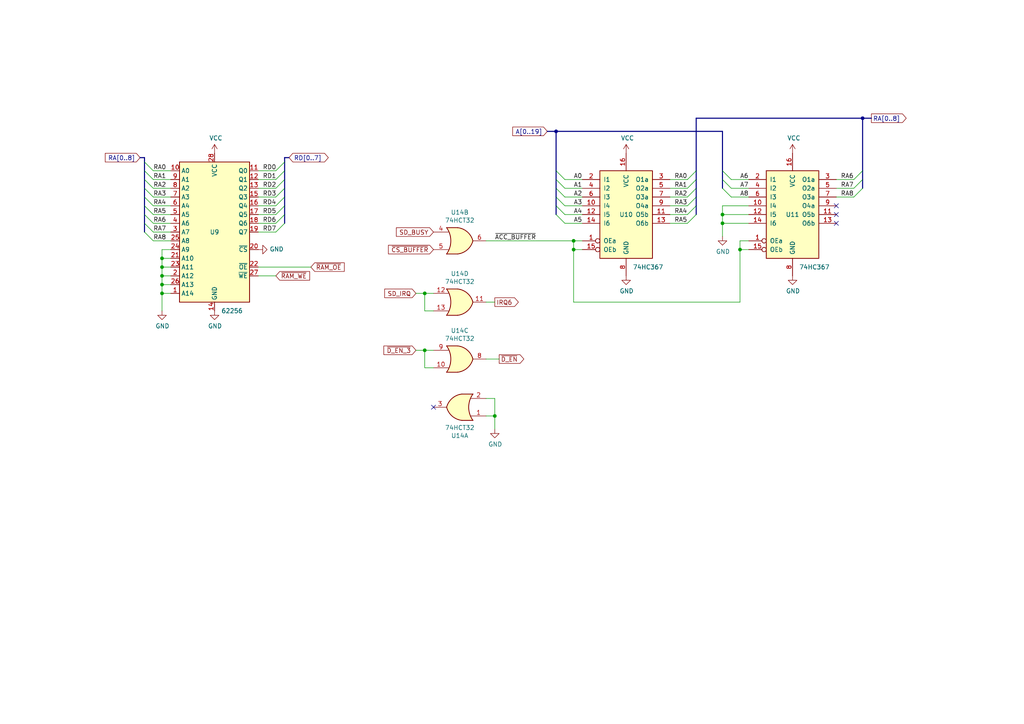
<source format=kicad_sch>
(kicad_sch (version 20230121) (generator eeschema)
  (paper "A4")
  (title_block (title "Mini8086 I/O board") (date "2020-11-05") (rev "1.0"))
  (lib_symbols
    (symbol "74xx:74LS32" (pin_names (offset 1.016))
      (property "Reference" "U" (at 0 1.27 0))
      (property "Value" "74LS32" (at 0 -1.27 0))
      (symbol "74LS32_1_1"
        (arc (start -3.81 -3.81) (mid -2.589 0) (end -3.81 3.81) (stroke (width 0.254)))
        (arc (start -0.6096 -3.81) (mid 2.1842 -2.5851) (end 3.81 0) (stroke (width 0.254)) (fill (type background)))
        (polyline (pts (xy -3.81 -3.81) (xy -0.635 -3.81)) (stroke (width 0.254)) (fill (type background)))
        (polyline (pts (xy -3.81 3.81) (xy -0.635 3.81)) (stroke (width 0.254)) (fill (type background)))
        (polyline (pts (xy -0.635 3.81) (xy -3.81 3.81) (xy -3.81 3.81) (xy -3.556 3.4036) (xy -3.0226 2.2606) (xy -2.6924 1.0414) (xy -2.6162 -0.254) (xy -2.7686 -1.4986) (xy -3.175 -2.7178) (xy -3.81 -3.81) (xy -3.81 -3.81) (xy -0.635 -3.81)) (stroke (width -25.4)) (fill (type background)))
        (arc (start 3.81 0) (mid 2.1915 2.5936) (end -0.6096 3.81) (stroke (width 0.254)) (fill (type background)))
        (pin input line (at -7.62 2.54 0) (length 4.318) (name "~") (number "1"))
        (pin input line (at -7.62 -2.54 0) (length 4.318) (name "~") (number "2"))
        (pin output line (at 7.62 0 180) (length 3.81) (name "~") (number "3"))
      )
      (symbol "74LS32_1_2"
        (arc (start 0 -3.81) (mid 3.7934 0) (end 0 3.81) (stroke (width 0.254)) (fill (type background)))
        (polyline (pts (xy 0 3.81) (xy -3.81 3.81) (xy -3.81 -3.81) (xy 0 -3.81)) (stroke (width 0.254)) (fill (type background)))
        (pin input inverted (at -7.62 2.54 0) (length 3.81) (name "~") (number "1"))
        (pin input inverted (at -7.62 -2.54 0) (length 3.81) (name "~") (number "2"))
        (pin output inverted (at 7.62 0 180) (length 3.81) (name "~") (number "3"))
      )
      (symbol "74LS32_2_1"
        (arc (start -3.81 -3.81) (mid -2.589 0) (end -3.81 3.81) (stroke (width 0.254)))
        (arc (start -0.6096 -3.81) (mid 2.1842 -2.5851) (end 3.81 0) (stroke (width 0.254)) (fill (type background)))
        (polyline (pts (xy -3.81 -3.81) (xy -0.635 -3.81)) (stroke (width 0.254)) (fill (type background)))
        (polyline (pts (xy -3.81 3.81) (xy -0.635 3.81)) (stroke (width 0.254)) (fill (type background)))
        (polyline (pts (xy -0.635 3.81) (xy -3.81 3.81) (xy -3.81 3.81) (xy -3.556 3.4036) (xy -3.0226 2.2606) (xy -2.6924 1.0414) (xy -2.6162 -0.254) (xy -2.7686 -1.4986) (xy -3.175 -2.7178) (xy -3.81 -3.81) (xy -3.81 -3.81) (xy -0.635 -3.81)) (stroke (width -25.4)) (fill (type background)))
        (arc (start 3.81 0) (mid 2.1915 2.5936) (end -0.6096 3.81) (stroke (width 0.254)) (fill (type background)))
        (pin input line (at -7.62 2.54 0) (length 4.318) (name "~") (number "4"))
        (pin input line (at -7.62 -2.54 0) (length 4.318) (name "~") (number "5"))
        (pin output line (at 7.62 0 180) (length 3.81) (name "~") (number "6"))
      )
      (symbol "74LS32_2_2"
        (arc (start 0 -3.81) (mid 3.7934 0) (end 0 3.81) (stroke (width 0.254)) (fill (type background)))
        (polyline (pts (xy 0 3.81) (xy -3.81 3.81) (xy -3.81 -3.81) (xy 0 -3.81)) (stroke (width 0.254)) (fill (type background)))
        (pin input inverted (at -7.62 2.54 0) (length 3.81) (name "~") (number "4"))
        (pin input inverted (at -7.62 -2.54 0) (length 3.81) (name "~") (number "5"))
        (pin output inverted (at 7.62 0 180) (length 3.81) (name "~") (number "6"))
      )
      (symbol "74LS32_3_1"
        (arc (start -3.81 -3.81) (mid -2.589 0) (end -3.81 3.81) (stroke (width 0.254)))
        (arc (start -0.6096 -3.81) (mid 2.1842 -2.5851) (end 3.81 0) (stroke (width 0.254)) (fill (type background)))
        (polyline (pts (xy -3.81 -3.81) (xy -0.635 -3.81)) (stroke (width 0.254)) (fill (type background)))
        (polyline (pts (xy -3.81 3.81) (xy -0.635 3.81)) (stroke (width 0.254)) (fill (type background)))
        (polyline (pts (xy -0.635 3.81) (xy -3.81 3.81) (xy -3.81 3.81) (xy -3.556 3.4036) (xy -3.0226 2.2606) (xy -2.6924 1.0414) (xy -2.6162 -0.254) (xy -2.7686 -1.4986) (xy -3.175 -2.7178) (xy -3.81 -3.81) (xy -3.81 -3.81) (xy -0.635 -3.81)) (stroke (width -25.4)) (fill (type background)))
        (arc (start 3.81 0) (mid 2.1915 2.5936) (end -0.6096 3.81) (stroke (width 0.254)) (fill (type background)))
        (pin input line (at -7.62 -2.54 0) (length 4.318) (name "~") (number "10"))
        (pin output line (at 7.62 0 180) (length 3.81) (name "~") (number "8"))
        (pin input line (at -7.62 2.54 0) (length 4.318) (name "~") (number "9"))
      )
      (symbol "74LS32_3_2"
        (arc (start 0 -3.81) (mid 3.7934 0) (end 0 3.81) (stroke (width 0.254)) (fill (type background)))
        (polyline (pts (xy 0 3.81) (xy -3.81 3.81) (xy -3.81 -3.81) (xy 0 -3.81)) (stroke (width 0.254)) (fill (type background)))
        (pin input inverted (at -7.62 -2.54 0) (length 3.81) (name "~") (number "10"))
        (pin output inverted (at 7.62 0 180) (length 3.81) (name "~") (number "8"))
        (pin input inverted (at -7.62 2.54 0) (length 3.81) (name "~") (number "9"))
      )
      (symbol "74LS32_4_1"
        (arc (start -3.81 -3.81) (mid -2.589 0) (end -3.81 3.81) (stroke (width 0.254)))
        (arc (start -0.6096 -3.81) (mid 2.1842 -2.5851) (end 3.81 0) (stroke (width 0.254)) (fill (type background)))
        (polyline (pts (xy -3.81 -3.81) (xy -0.635 -3.81)) (stroke (width 0.254)) (fill (type background)))
        (polyline (pts (xy -3.81 3.81) (xy -0.635 3.81)) (stroke (width 0.254)) (fill (type background)))
        (polyline (pts (xy -0.635 3.81) (xy -3.81 3.81) (xy -3.81 3.81) (xy -3.556 3.4036) (xy -3.0226 2.2606) (xy -2.6924 1.0414) (xy -2.6162 -0.254) (xy -2.7686 -1.4986) (xy -3.175 -2.7178) (xy -3.81 -3.81) (xy -3.81 -3.81) (xy -0.635 -3.81)) (stroke (width -25.4)) (fill (type background)))
        (arc (start 3.81 0) (mid 2.1915 2.5936) (end -0.6096 3.81) (stroke (width 0.254)) (fill (type background)))
        (pin output line (at 7.62 0 180) (length 3.81) (name "~") (number "11"))
        (pin input line (at -7.62 2.54 0) (length 4.318) (name "~") (number "12"))
        (pin input line (at -7.62 -2.54 0) (length 4.318) (name "~") (number "13"))
      )
      (symbol "74LS32_4_2"
        (arc (start 0 -3.81) (mid 3.7934 0) (end 0 3.81) (stroke (width 0.254)) (fill (type background)))
        (polyline (pts (xy 0 3.81) (xy -3.81 3.81) (xy -3.81 -3.81) (xy 0 -3.81)) (stroke (width 0.254)) (fill (type background)))
        (pin output inverted (at 7.62 0 180) (length 3.81) (name "~") (number "11"))
        (pin input inverted (at -7.62 2.54 0) (length 3.81) (name "~") (number "12"))
        (pin input inverted (at -7.62 -2.54 0) (length 3.81) (name "~") (number "13"))
      )
      (symbol "74LS32_5_0"
        (pin power_in line (at 0 12.7 270) (length 5.08) (name "VCC") (number "14"))
        (pin power_in line (at 0 -12.7 90) (length 5.08) (name "GND") (number "7"))
      )
      (symbol "74LS32_5_1"
        (rectangle (start -5.08 7.62) (end 5.08 -7.62) (stroke (width 0.254)) (fill (type background)))
      )
    )
    (symbol "74xx:74LS367" (pin_names (offset 1.016))
      (property "Reference" "U" (at -7.62 13.97 0))
      (property "Value" "74LS367" (at -7.62 -13.97 0))
      (symbol "74LS367_1_0"
        (pin input inverted (at -12.7 -7.62 0) (length 5.08) (name "OEa") (number "1"))
        (pin input line (at -12.7 2.54 0) (length 5.08) (name "I4") (number "10"))
        (pin tri_state line (at 12.7 0 180) (length 5.08) (name "O5b") (number "11"))
        (pin input line (at -12.7 0 0) (length 5.08) (name "I5") (number "12"))
        (pin tri_state line (at 12.7 -2.54 180) (length 5.08) (name "O6b") (number "13"))
        (pin input line (at -12.7 -2.54 0) (length 5.08) (name "I6") (number "14"))
        (pin input inverted (at -12.7 -10.16 0) (length 5.08) (name "OEb") (number "15"))
        (pin power_in line (at 0 17.78 270) (length 5.08) (name "VCC") (number "16"))
        (pin input line (at -12.7 10.16 0) (length 5.08) (name "I1") (number "2"))
        (pin tri_state line (at 12.7 10.16 180) (length 5.08) (name "O1a") (number "3"))
        (pin input line (at -12.7 7.62 0) (length 5.08) (name "I2") (number "4"))
        (pin tri_state line (at 12.7 7.62 180) (length 5.08) (name "O2a") (number "5"))
        (pin input line (at -12.7 5.08 0) (length 5.08) (name "I3") (number "6"))
        (pin tri_state line (at 12.7 5.08 180) (length 5.08) (name "O3a") (number "7"))
        (pin power_in line (at 0 -17.78 90) (length 5.08) (name "GND") (number "8"))
        (pin tri_state line (at 12.7 2.54 180) (length 5.08) (name "O4a") (number "9"))
      )
      (symbol "74LS367_1_1"
        (rectangle (start -7.62 12.7) (end 7.62 -12.7) (stroke (width 0.254)) (fill (type background)))
      )
    )
    (symbol "Memory_RAM:CY62256-70PC"
      (property "Reference" "U" (at -10.16 20.955 0))
      (property "Value" "CY62256-70PC" (at 2.54 20.955 0))
      (symbol "CY62256-70PC_0_0"
        (pin power_in line (at 0 -22.86 90) (length 2.54) (name "GND") (number "14"))
        (pin power_in line (at 0 22.86 270) (length 2.54) (name "VCC") (number "28"))
      )
      (symbol "CY62256-70PC_0_1"
        (rectangle (start -10.16 20.32) (end 10.16 -20.32) (stroke (width 0.254)) (fill (type background)))
      )
      (symbol "CY62256-70PC_1_1"
        (pin input line (at -12.7 -17.78 0) (length 2.54) (name "A14") (number "1"))
        (pin input line (at -12.7 17.78 0) (length 2.54) (name "A0") (number "10"))
        (pin tri_state line (at 12.7 17.78 180) (length 2.54) (name "Q0") (number "11"))
        (pin tri_state line (at 12.7 15.24 180) (length 2.54) (name "Q1") (number "12"))
        (pin tri_state line (at 12.7 12.7 180) (length 2.54) (name "Q2") (number "13"))
        (pin tri_state line (at 12.7 10.16 180) (length 2.54) (name "Q3") (number "15"))
        (pin tri_state line (at 12.7 7.62 180) (length 2.54) (name "Q4") (number "16"))
        (pin tri_state line (at 12.7 5.08 180) (length 2.54) (name "Q5") (number "17"))
        (pin tri_state line (at 12.7 2.54 180) (length 2.54) (name "Q6") (number "18"))
        (pin tri_state line (at 12.7 0 180) (length 2.54) (name "Q7") (number "19"))
        (pin input line (at -12.7 -12.7 0) (length 2.54) (name "A12") (number "2"))
        (pin input line (at 12.7 -5.08 180) (length 2.54) (name "~{CS}") (number "20"))
        (pin input line (at -12.7 -7.62 0) (length 2.54) (name "A10") (number "21"))
        (pin input line (at 12.7 -10.16 180) (length 2.54) (name "~{OE}") (number "22"))
        (pin input line (at -12.7 -10.16 0) (length 2.54) (name "A11") (number "23"))
        (pin input line (at -12.7 -5.08 0) (length 2.54) (name "A9") (number "24"))
        (pin input line (at -12.7 -2.54 0) (length 2.54) (name "A8") (number "25"))
        (pin input line (at -12.7 -15.24 0) (length 2.54) (name "A13") (number "26"))
        (pin input line (at 12.7 -12.7 180) (length 2.54) (name "~{WE}") (number "27"))
        (pin input line (at -12.7 0 0) (length 2.54) (name "A7") (number "3"))
        (pin input line (at -12.7 2.54 0) (length 2.54) (name "A6") (number "4"))
        (pin input line (at -12.7 5.08 0) (length 2.54) (name "A5") (number "5"))
        (pin input line (at -12.7 7.62 0) (length 2.54) (name "A4") (number "6"))
        (pin input line (at -12.7 10.16 0) (length 2.54) (name "A3") (number "7"))
        (pin input line (at -12.7 12.7 0) (length 2.54) (name "A2") (number "8"))
        (pin input line (at -12.7 15.24 0) (length 2.54) (name "A1") (number "9"))
      )
    )
    (symbol "power:GND" (power) (pin_names (offset 0))
      (property "Value" "GND" (at 0 -3.81 0))
      (symbol "GND_0_1"
        (polyline (pts (xy 0 0) (xy 0 -1.27) (xy 1.27 -1.27) (xy 0 -2.54) (xy -1.27 -1.27) (xy 0 -1.27)))
      )
      (symbol "GND_1_1"
        (pin power_in line (at 0 0 270) (length 0) hide (name "GND") (number "1"))
      )
    )
    (symbol "power:VCC" (power) (pin_names (offset 0))
      (property "Value" "VCC" (at 0 3.81 0))
      (symbol "VCC_0_1"
        (polyline (pts (xy -0.762 1.27) (xy 0 2.54)))
        (polyline (pts (xy 0 0) (xy 0 2.54)))
        (polyline (pts (xy 0 2.54) (xy 0.762 1.27)))
      )
      (symbol "VCC_1_1"
        (pin power_in line (at 0 0 90) (length 0) hide (name "VCC") (number "1"))
      )
    )
  )
  (junction (at 46.99 80.01))
  (junction (at 123.19 101.6))
  (junction (at 46.99 85.09))
  (junction (at 46.99 74.93))
  (junction (at 143.51 120.65))
  (junction (at 161.29 38.1))
  (junction (at 214.63 72.39))
  (junction (at 166.37 72.39))
  (junction (at 250.19 34.29))
  (junction (at 209.55 62.23))
  (junction (at 123.19 85.09))
  (junction (at 46.99 82.55))
  (junction (at 46.99 77.47))
  (junction (at 209.55 64.77))
  (junction (at 166.37 69.85))
  (no_connect (at 125.73 118.11))
  (no_connect (at 242.57 59.69))
  (no_connect (at 242.57 64.77))
  (no_connect (at 242.57 62.23))
  (bus_entry (at 163.83 59.69) (size -2.54 -2.54))
  (bus_entry (at 44.45 59.69) (size -2.54 -2.54))
  (bus_entry (at 44.45 62.23) (size -2.54 -2.54))
  (bus_entry (at 163.83 54.61) (size -2.54 -2.54))
  (bus_entry (at 247.65 52.07) (size 2.54 -2.54))
  (bus_entry (at 247.65 54.61) (size 2.54 -2.54))
  (bus_entry (at 212.09 54.61) (size -2.54 -2.54))
  (bus_entry (at 199.39 62.23) (size 2.54 -2.54))
  (bus_entry (at 44.45 49.53) (size -2.54 -2.54))
  (bus_entry (at 199.39 59.69) (size 2.54 -2.54))
  (bus_entry (at 44.45 69.85) (size -2.54 -2.54))
  (bus_entry (at 163.83 52.07) (size -2.54 -2.54))
  (bus_entry (at 80.01 62.23) (size 2.54 -2.54))
  (bus_entry (at 163.83 64.77) (size -2.54 -2.54))
  (bus_entry (at 199.39 64.77) (size 2.54 -2.54))
  (bus_entry (at 80.01 54.61) (size 2.54 -2.54))
  (bus_entry (at 44.45 64.77) (size -2.54 -2.54))
  (bus_entry (at 163.83 62.23) (size -2.54 -2.54))
  (bus_entry (at 212.09 57.15) (size -2.54 -2.54))
  (bus_entry (at 199.39 54.61) (size 2.54 -2.54))
  (bus_entry (at 44.45 67.31) (size -2.54 -2.54))
  (bus_entry (at 80.01 59.69) (size 2.54 -2.54))
  (bus_entry (at 199.39 57.15) (size 2.54 -2.54))
  (bus_entry (at 44.45 54.61) (size -2.54 -2.54))
  (bus_entry (at 44.45 57.15) (size -2.54 -2.54))
  (bus_entry (at 247.65 57.15) (size 2.54 -2.54))
  (bus_entry (at 199.39 52.07) (size 2.54 -2.54))
  (bus_entry (at 80.01 52.07) (size 2.54 -2.54))
  (bus_entry (at 80.01 67.31) (size 2.54 -2.54))
  (bus_entry (at 212.09 52.07) (size -2.54 -2.54))
  (bus_entry (at 80.01 49.53) (size 2.54 -2.54))
  (bus_entry (at 80.01 57.15) (size 2.54 -2.54))
  (bus_entry (at 80.01 64.77) (size 2.54 -2.54))
  (bus_entry (at 44.45 52.07) (size -2.54 -2.54))
  (bus_entry (at 163.83 57.15) (size -2.54 -2.54))
  (wire (pts (xy 46.99 72.39) (xy 46.99 74.93)))
  (bus (pts (xy 250.19 34.29) (xy 252.73 34.29)))
  (wire (pts (xy 80.01 59.69) (xy 74.93 59.69)))
  (wire (pts (xy 163.83 54.61) (xy 168.91 54.61)))
  (wire (pts (xy 209.55 62.23) (xy 209.55 59.69)))
  (bus (pts (xy 201.93 49.53) (xy 201.93 52.07)))
  (wire (pts (xy 46.99 80.01) (xy 46.99 82.55)))
  (wire (pts (xy 143.51 120.65) (xy 140.97 120.65)))
  (wire (pts (xy 166.37 87.63) (xy 166.37 72.39)))
  (wire (pts (xy 46.99 82.55) (xy 46.99 85.09)))
  (wire (pts (xy 44.45 49.53) (xy 49.53 49.53)))
  (wire (pts (xy 80.01 67.31) (xy 74.93 67.31)))
  (wire (pts (xy 163.83 62.23) (xy 168.91 62.23)))
  (wire (pts (xy 44.45 67.31) (xy 49.53 67.31)))
  (bus (pts (xy 82.55 49.53) (xy 82.55 52.07)))
  (bus (pts (xy 41.91 57.15) (xy 41.91 59.69)))
  (wire (pts (xy 199.39 64.77) (xy 194.31 64.77)))
  (wire (pts (xy 80.01 64.77) (xy 74.93 64.77)))
  (wire (pts (xy 120.65 101.6) (xy 123.19 101.6)))
  (bus (pts (xy 82.55 54.61) (xy 82.55 57.15)))
  (bus (pts (xy 41.91 45.72) (xy 41.91 46.99)))
  (wire (pts (xy 199.39 59.69) (xy 194.31 59.69)))
  (wire (pts (xy 199.39 62.23) (xy 194.31 62.23)))
  (wire (pts (xy 74.93 77.47) (xy 90.17 77.47)))
  (wire (pts (xy 166.37 69.85) (xy 168.91 69.85)))
  (bus (pts (xy 250.19 34.29) (xy 250.19 49.53)))
  (wire (pts (xy 46.99 85.09) (xy 46.99 90.17)))
  (wire (pts (xy 125.73 90.17) (xy 123.19 90.17)))
  (wire (pts (xy 46.99 77.47) (xy 46.99 80.01)))
  (wire (pts (xy 217.17 64.77) (xy 209.55 64.77)))
  (bus (pts (xy 82.55 46.99) (xy 82.55 49.53)))
  (wire (pts (xy 163.83 64.77) (xy 168.91 64.77)))
  (wire (pts (xy 163.83 57.15) (xy 168.91 57.15)))
  (wire (pts (xy 44.45 64.77) (xy 49.53 64.77)))
  (bus (pts (xy 209.55 52.07) (xy 209.55 54.61)))
  (wire (pts (xy 125.73 85.09) (xy 123.19 85.09)))
  (wire (pts (xy 199.39 54.61) (xy 194.31 54.61)))
  (wire (pts (xy 46.99 85.09) (xy 49.53 85.09)))
  (wire (pts (xy 46.99 74.93) (xy 46.99 77.47)))
  (wire (pts (xy 214.63 72.39) (xy 214.63 69.85)))
  (bus (pts (xy 161.29 59.69) (xy 161.29 62.23)))
  (bus (pts (xy 250.19 52.07) (xy 250.19 54.61)))
  (wire (pts (xy 44.45 62.23) (xy 49.53 62.23)))
  (wire (pts (xy 125.73 106.68) (xy 123.19 106.68)))
  (bus (pts (xy 161.29 54.61) (xy 161.29 57.15)))
  (bus (pts (xy 201.93 52.07) (xy 201.93 54.61)))
  (bus (pts (xy 161.29 38.1) (xy 158.75 38.1)))
  (bus (pts (xy 161.29 38.1) (xy 161.29 49.53)))
  (wire (pts (xy 214.63 69.85) (xy 217.17 69.85)))
  (wire (pts (xy 49.53 74.93) (xy 46.99 74.93)))
  (wire (pts (xy 80.01 52.07) (xy 74.93 52.07)))
  (wire (pts (xy 80.01 54.61) (xy 74.93 54.61)))
  (wire (pts (xy 209.55 59.69) (xy 217.17 59.69)))
  (wire (pts (xy 166.37 72.39) (xy 166.37 69.85)))
  (wire (pts (xy 163.83 59.69) (xy 168.91 59.69)))
  (wire (pts (xy 247.65 52.07) (xy 242.57 52.07)))
  (wire (pts (xy 44.45 59.69) (xy 49.53 59.69)))
  (wire (pts (xy 217.17 62.23) (xy 209.55 62.23)))
  (bus (pts (xy 41.91 49.53) (xy 41.91 52.07)))
  (wire (pts (xy 140.97 115.57) (xy 143.51 115.57)))
  (wire (pts (xy 166.37 87.63) (xy 214.63 87.63)))
  (wire (pts (xy 217.17 72.39) (xy 214.63 72.39)))
  (bus (pts (xy 41.91 45.72) (xy 40.64 45.72)))
  (wire (pts (xy 44.45 54.61) (xy 49.53 54.61)))
  (wire (pts (xy 44.45 57.15) (xy 49.53 57.15)))
  (wire (pts (xy 80.01 57.15) (xy 74.93 57.15)))
  (wire (pts (xy 199.39 52.07) (xy 194.31 52.07)))
  (wire (pts (xy 49.53 72.39) (xy 46.99 72.39)))
  (wire (pts (xy 44.45 69.85) (xy 49.53 69.85)))
  (bus (pts (xy 250.19 49.53) (xy 250.19 52.07)))
  (bus (pts (xy 41.91 54.61) (xy 41.91 57.15)))
  (wire (pts (xy 209.55 64.77) (xy 209.55 62.23)))
  (wire (pts (xy 80.01 49.53) (xy 74.93 49.53)))
  (bus (pts (xy 209.55 38.1) (xy 209.55 49.53)))
  (bus (pts (xy 161.29 57.15) (xy 161.29 59.69)))
  (bus (pts (xy 41.91 62.23) (xy 41.91 64.77)))
  (bus (pts (xy 201.93 59.69) (xy 201.93 62.23)))
  (bus (pts (xy 82.55 52.07) (xy 82.55 54.61)))
  (wire (pts (xy 123.19 90.17) (xy 123.19 85.09)))
  (wire (pts (xy 214.63 72.39) (xy 214.63 87.63)))
  (wire (pts (xy 49.53 80.01) (xy 46.99 80.01)))
  (bus (pts (xy 201.93 57.15) (xy 201.93 59.69)))
  (bus (pts (xy 201.93 54.61) (xy 201.93 57.15)))
  (wire (pts (xy 143.51 120.65) (xy 143.51 124.46)))
  (wire (pts (xy 80.01 62.23) (xy 74.93 62.23)))
  (wire (pts (xy 163.83 52.07) (xy 168.91 52.07)))
  (bus (pts (xy 41.91 59.69) (xy 41.91 62.23)))
  (bus (pts (xy 82.55 45.72) (xy 82.55 46.99)))
  (bus (pts (xy 82.55 62.23) (xy 82.55 64.77)))
  (bus (pts (xy 201.93 34.29) (xy 250.19 34.29)))
  (bus (pts (xy 82.55 59.69) (xy 82.55 62.23)))
  (wire (pts (xy 168.91 72.39) (xy 166.37 72.39)))
  (bus (pts (xy 82.55 57.15) (xy 82.55 59.69)))
  (wire (pts (xy 44.45 52.07) (xy 49.53 52.07)))
  (wire (pts (xy 125.73 101.6) (xy 123.19 101.6)))
  (wire (pts (xy 123.19 85.09) (xy 120.65 85.09)))
  (wire (pts (xy 212.09 57.15) (xy 217.17 57.15)))
  (wire (pts (xy 143.51 115.57) (xy 143.51 120.65)))
  (wire (pts (xy 49.53 77.47) (xy 46.99 77.47)))
  (wire (pts (xy 199.39 57.15) (xy 194.31 57.15)))
  (wire (pts (xy 212.09 52.07) (xy 217.17 52.07)))
  (bus (pts (xy 209.55 49.53) (xy 209.55 52.07)))
  (wire (pts (xy 247.65 57.15) (xy 242.57 57.15)))
  (wire (pts (xy 247.65 54.61) (xy 242.57 54.61)))
  (wire (pts (xy 123.19 106.68) (xy 123.19 101.6)))
  (wire (pts (xy 74.93 80.01) (xy 80.01 80.01)))
  (wire (pts (xy 140.97 104.14) (xy 144.78 104.14)))
  (wire (pts (xy 143.51 87.63) (xy 140.97 87.63)))
  (bus (pts (xy 41.91 46.99) (xy 41.91 49.53)))
  (bus (pts (xy 161.29 52.07) (xy 161.29 54.61)))
  (bus (pts (xy 201.93 34.29) (xy 201.93 49.53)))
  (bus (pts (xy 82.55 45.72) (xy 83.82 45.72)))
  (wire (pts (xy 140.97 69.85) (xy 166.37 69.85)))
  (bus (pts (xy 209.55 38.1) (xy 161.29 38.1)))
  (wire (pts (xy 212.09 54.61) (xy 217.17 54.61)))
  (bus (pts (xy 161.29 49.53) (xy 161.29 52.07)))
  (wire (pts (xy 49.53 82.55) (xy 46.99 82.55)))
  (wire (pts (xy 209.55 68.58) (xy 209.55 64.77)))
  (bus (pts (xy 41.91 52.07) (xy 41.91 54.61)))
  (bus (pts (xy 41.91 64.77) (xy 41.91 67.31)))
  (label "RD2" (at 76.2 54.61 0))
  (label "RA3" (at 195.58 59.69 0))
  (label "RA1" (at 195.58 54.61 0))
  (label "RD5" (at 76.2 62.23 0))
  (label "RA5" (at 44.45 62.23 0))
  (label "RD0" (at 76.2 49.53 0))
  (label "RA4" (at 195.58 62.23 0))
  (label "A2" (at 166.37 57.15 0))
  (label "RA2" (at 195.58 57.15 0))
  (label "A0" (at 166.37 52.07 0))
  (label "RA8" (at 44.45 69.85 0))
  (label "A4" (at 166.37 62.23 0))
  (label "RA8" (at 243.84 57.15 0))
  (label "RA0" (at 44.45 49.53 0))
  (label "RA7" (at 243.84 54.61 0))
  (label "RA6" (at 243.84 52.07 0))
  (label "RD3" (at 76.2 57.15 0))
  (label "A5" (at 166.37 64.77 0))
  (label "RD7" (at 76.2 67.31 0))
  (label "RD6" (at 76.2 64.77 0))
  (label "RA7" (at 44.45 67.31 0))
  (label "RA6" (at 44.45 64.77 0))
  (label "RA2" (at 44.45 54.61 0))
  (label "A1" (at 166.37 54.61 0))
  (label "RA0" (at 195.58 52.07 0))
  (label "~{ACC_BUFFER}" (at 143.51 69.85 0))
  (label "A7" (at 214.63 54.61 0))
  (label "RA4" (at 44.45 59.69 0))
  (label "A8" (at 214.63 57.15 0))
  (label "A6" (at 214.63 52.07 0))
  (label "RA1" (at 44.45 52.07 0))
  (label "RD1" (at 76.2 52.07 0))
  (label "RA5" (at 195.58 64.77 0))
  (label "RD4" (at 76.2 59.69 0))
  (label "RA3" (at 44.45 57.15 0))
  (label "A3" (at 166.37 59.69 0))
  (global_label "~{D_EN_3}" (shape input) (at 120.65 101.6 180) (property "Intersheetrefs" "${INTERSHEET_REFS}" (effects hide)))
  (global_label "RD[0..7]" (shape bidirectional) (at 83.82 45.72 0) (property "Intersheetrefs" "${INTERSHEET_REFS}" (effects hide)))
  (global_label "~{CS_BUFFER}" (shape input) (at 125.73 72.39 180) (property "Intersheetrefs" "${INTERSHEET_REFS}" (effects hide)))
  (global_label "SD_IRQ" (shape input) (at 120.65 85.09 180) (property "Intersheetrefs" "${INTERSHEET_REFS}" (effects hide)))
  (global_label "~{RAM_WE}" (shape input) (at 80.01 80.01 0) (property "Intersheetrefs" "${INTERSHEET_REFS}" (effects hide)))
  (global_label "A[0..19]" (shape input) (at 158.75 38.1 180) (property "Intersheetrefs" "${INTERSHEET_REFS}" (effects hide)))
  (global_label "RA[0..8]" (shape input) (at 40.64 45.72 180) (property "Intersheetrefs" "${INTERSHEET_REFS}" (effects hide)))
  (global_label "RA[0..8]" (shape output) (at 252.73 34.29 0) (property "Intersheetrefs" "${INTERSHEET_REFS}" (effects hide)))
  (global_label "~{D_EN}" (shape output) (at 144.78 104.14 0) (property "Intersheetrefs" "${INTERSHEET_REFS}" (effects hide)))
  (global_label "~{RAM_OE}" (shape input) (at 90.17 77.47 0) (property "Intersheetrefs" "${INTERSHEET_REFS}" (effects hide)))
  (global_label "IRQ6" (shape output) (at 143.51 87.63 0) (property "Intersheetrefs" "${INTERSHEET_REFS}" (effects hide)))
  (global_label "SD_BUSY" (shape input) (at 125.73 67.31 180) (property "Intersheetrefs" "${INTERSHEET_REFS}" (effects hide)))
  (symbol (lib_id "74xx:74LS32") (at 133.35 118.11 180) (unit 1)
    (property "Reference" "U14" (at 133.35 126.365 0))
    (property "Value" "74HCT32" (at 133.35 124.0536 0))
    (property "Footprint" "Package_SO:SOIC-14_3.9x8.7mm_P1.27mm" (effects hide))
    (property "Datasheet" "http://www.ti.com/lit/gpn/sn74LS32" (effects hide))
    (instances (project "io_board" (path "" (reference "U14") (unit 1)) (path "" (reference "U?") (unit 1))))
  )
  (symbol (lib_id "Memory_RAM:CY62256-70PC") (at 62.23 67.31 0) (unit 1)
    (property "Reference" "U9" (at 62.23 67.31 0))
    (property "Value" "62256" (at 67.31 90.17 0))
    (property "Footprint" "Package_DIP:DIP-28_W7.62mm_LongPads" (effects hide))
    (property "Datasheet" "https://ecee.colorado.edu/~mcclurel/Cypress_SRAM_CY62256.pdf" (effects hide))
    (instances (project "io_board" (path "" (reference "U9") (unit 1)) (path "" (reference "U?") (unit 1))))
  )
  (symbol (lib_id "power:GND") (at 62.23 90.17 0) (unit 1)
    (property "Reference" "#PWR036" (effects hide))
    (property "Value" "GND" (at 62.357 94.5642 0))
    (instances (project "io_board" (path "" (reference "#PWR036") (unit 1)) (path "" (reference "#PWR?") (unit 1))))
  )
  (symbol (lib_id "power:VCC") (at 62.23 44.45 0) (unit 1)
    (property "Reference" "#PWR035" (effects hide))
    (property "Value" "VCC" (at 62.611 40.0558 0))
    (instances (project "io_board" (path "" (reference "#PWR035") (unit 1)) (path "" (reference "#PWR?") (unit 1))))
  )
  (symbol (lib_id "power:GND") (at 46.99 90.17 0) (unit 1)
    (property "Reference" "#PWR034" (effects hide))
    (property "Value" "GND" (at 47.117 94.5642 0))
    (instances (project "io_board" (path "" (reference "#PWR034") (unit 1)) (path "" (reference "#PWR?") (unit 1))))
  )
  (symbol (lib_id "power:GND") (at 74.93 72.39 90) (unit 1)
    (property "Reference" "#PWR037" (effects hide))
    (property "Value" "GND" (at 78.1812 72.263 90) (effects (justify right)))
    (instances (project "io_board" (path "" (reference "#PWR037") (unit 1)) (path "" (reference "#PWR?") (unit 1))))
  )
  (symbol (lib_id "74xx:74LS367") (at 181.61 62.23 0) (unit 1)
    (property "Reference" "U10" (at 181.61 62.23 0))
    (property "Value" "74HC367" (at 187.96 77.47 0))
    (property "Footprint" "Package_SO:SOIC-16_4.55x10.3mm_P1.27mm" (effects hide))
    (property "Datasheet" "http://www.ti.com/lit/gpn/sn74LS367" (effects hide))
    (instances (project "io_board" (path "" (reference "U10") (unit 1)) (path "" (reference "U?") (unit 1))))
  )
  (symbol (lib_id "74xx:74LS367") (at 229.87 62.23 0) (unit 1)
    (property "Reference" "U11" (at 229.87 62.23 0))
    (property "Value" "74HC367" (at 236.22 77.47 0))
    (property "Footprint" "Package_SO:SOIC-16_4.55x10.3mm_P1.27mm" (effects hide))
    (property "Datasheet" "http://www.ti.com/lit/gpn/sn74LS367" (effects hide))
    (instances (project "io_board" (path "" (reference "U11") (unit 1)) (path "" (reference "U?") (unit 1))))
  )
  (symbol (lib_id "power:GND") (at 181.61 80.01 0) (unit 1)
    (property "Reference" "#PWR047" (effects hide))
    (property "Value" "GND" (at 181.737 84.4042 0))
    (instances (project "io_board" (path "" (reference "#PWR047") (unit 1)) (path "" (reference "#PWR?") (unit 1))))
  )
  (symbol (lib_id "power:GND") (at 229.87 80.01 0) (unit 1)
    (property "Reference" "#PWR052" (effects hide))
    (property "Value" "GND" (at 229.997 84.4042 0))
    (instances (project "io_board" (path "" (reference "#PWR052") (unit 1)) (path "" (reference "#PWR?") (unit 1))))
  )
  (symbol (lib_id "power:VCC") (at 181.61 44.45 0) (unit 1)
    (property "Reference" "#PWR046" (effects hide))
    (property "Value" "VCC" (at 181.991 40.0558 0))
    (instances (project "io_board" (path "" (reference "#PWR046") (unit 1)) (path "" (reference "#PWR?") (unit 1))))
  )
  (symbol (lib_id "power:VCC") (at 229.87 44.45 0) (unit 1)
    (property "Reference" "#PWR050" (effects hide))
    (property "Value" "VCC" (at 230.251 40.0558 0))
    (instances (project "io_board" (path "" (reference "#PWR050") (unit 1)) (path "" (reference "#PWR?") (unit 1))))
  )
  (symbol (lib_id "power:GND") (at 209.55 68.58 0) (unit 1)
    (property "Reference" "#PWR048" (effects hide))
    (property "Value" "GND" (at 209.677 72.9742 0))
    (instances (project "io_board" (path "" (reference "#PWR048") (unit 1)) (path "" (reference "#PWR?") (unit 1))))
  )
  (symbol (lib_id "74xx:74LS32") (at 133.35 87.63 0) (unit 4)
    (property "Reference" "U14" (at 133.35 79.375 0))
    (property "Value" "74HCT32" (at 133.35 81.6864 0))
    (property "Footprint" "Package_SO:SOIC-14_3.9x8.7mm_P1.27mm" (effects hide))
    (property "Datasheet" "http://www.ti.com/lit/gpn/sn74LS32" (effects hide))
    (instances (project "io_board" (path "" (reference "U14") (unit 4)) (path "" (reference "U?") (unit 4))))
  )
  (symbol (lib_id "74xx:74LS32") (at 133.35 69.85 0) (unit 2)
    (property "Reference" "U14" (at 133.35 61.595 0))
    (property "Value" "74HCT32" (at 133.35 63.9064 0))
    (property "Footprint" "Package_SO:SOIC-14_3.9x8.7mm_P1.27mm" (effects hide))
    (property "Datasheet" "http://www.ti.com/lit/gpn/sn74LS32" (effects hide))
    (instances (project "io_board" (path "" (reference "U14") (unit 2)) (path "" (reference "U?") (unit 2))))
  )
  (symbol (lib_id "74xx:74LS32") (at 133.35 104.14 0) (unit 3)
    (property "Reference" "U14" (at 133.35 95.885 0))
    (property "Value" "74HCT32" (at 133.35 98.1964 0))
    (property "Footprint" "Package_SO:SOIC-14_3.9x8.7mm_P1.27mm" (effects hide))
    (property "Datasheet" "http://www.ti.com/lit/gpn/sn74LS32" (effects hide))
  )
  (symbol (lib_id "power:GND") (at 143.51 124.46 0) (unit 1)
    (property "Reference" "#PWR0104" (effects hide))
    (property "Value" "GND" (at 143.637 128.8542 0))
  )
)
</source>
